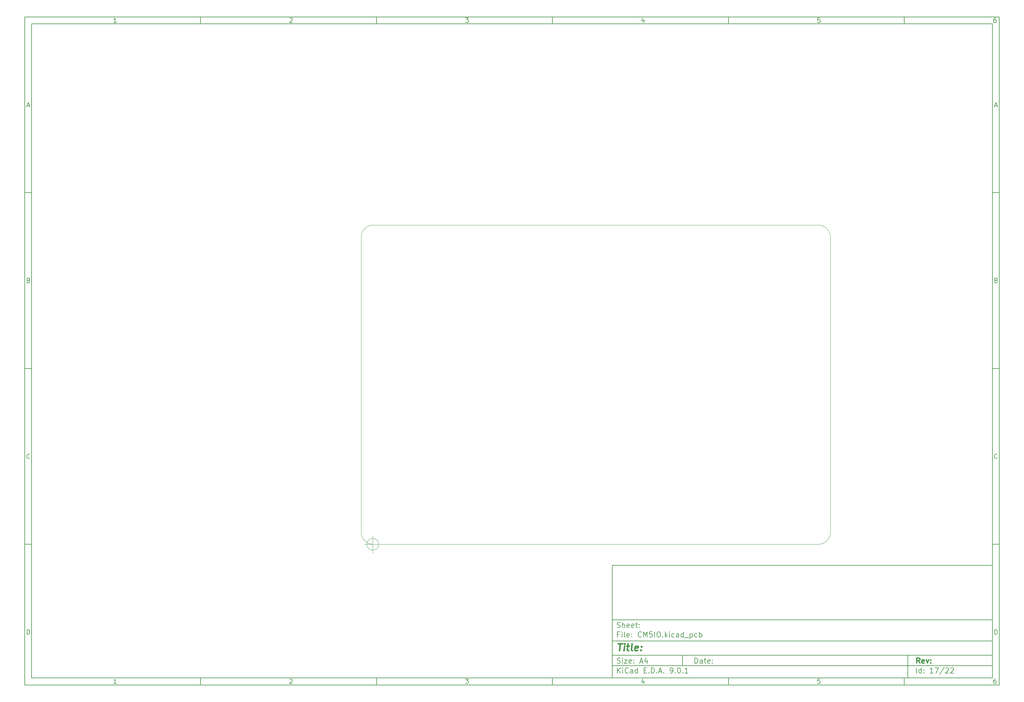
<source format=gm1>
G04 #@! TF.GenerationSoftware,KiCad,Pcbnew,9.0.1*
G04 #@! TF.CreationDate,2025-04-26T19:09:58-05:00*
G04 #@! TF.ProjectId,CM5IO,434d3549-4f2e-46b6-9963-61645f706362,rev?*
G04 #@! TF.SameCoordinates,Original*
G04 #@! TF.FileFunction,Profile,NP*
%FSLAX46Y46*%
G04 Gerber Fmt 4.6, Leading zero omitted, Abs format (unit mm)*
G04 Created by KiCad (PCBNEW 9.0.1) date 2025-04-26 19:09:58*
%MOMM*%
%LPD*%
G01*
G04 APERTURE LIST*
%ADD10C,0.100000*%
%ADD11C,0.150000*%
%ADD12C,0.300000*%
%ADD13C,0.400000*%
G04 #@! TA.AperFunction,Profile*
%ADD14C,0.050000*%
G04 #@! TD*
G04 APERTURE END LIST*
D10*
D11*
X177002200Y-166007200D02*
X285002200Y-166007200D01*
X285002200Y-198007200D01*
X177002200Y-198007200D01*
X177002200Y-166007200D01*
D10*
D11*
X10000000Y-10000000D02*
X287002200Y-10000000D01*
X287002200Y-200007200D01*
X10000000Y-200007200D01*
X10000000Y-10000000D01*
D10*
D11*
X12000000Y-12000000D02*
X285002200Y-12000000D01*
X285002200Y-198007200D01*
X12000000Y-198007200D01*
X12000000Y-12000000D01*
D10*
D11*
X60000000Y-12000000D02*
X60000000Y-10000000D01*
D10*
D11*
X110000000Y-12000000D02*
X110000000Y-10000000D01*
D10*
D11*
X160000000Y-12000000D02*
X160000000Y-10000000D01*
D10*
D11*
X210000000Y-12000000D02*
X210000000Y-10000000D01*
D10*
D11*
X260000000Y-12000000D02*
X260000000Y-10000000D01*
D10*
D11*
X36089160Y-11593604D02*
X35346303Y-11593604D01*
X35717731Y-11593604D02*
X35717731Y-10293604D01*
X35717731Y-10293604D02*
X35593922Y-10479319D01*
X35593922Y-10479319D02*
X35470112Y-10603128D01*
X35470112Y-10603128D02*
X35346303Y-10665033D01*
D10*
D11*
X85346303Y-10417414D02*
X85408207Y-10355509D01*
X85408207Y-10355509D02*
X85532017Y-10293604D01*
X85532017Y-10293604D02*
X85841541Y-10293604D01*
X85841541Y-10293604D02*
X85965350Y-10355509D01*
X85965350Y-10355509D02*
X86027255Y-10417414D01*
X86027255Y-10417414D02*
X86089160Y-10541223D01*
X86089160Y-10541223D02*
X86089160Y-10665033D01*
X86089160Y-10665033D02*
X86027255Y-10850747D01*
X86027255Y-10850747D02*
X85284398Y-11593604D01*
X85284398Y-11593604D02*
X86089160Y-11593604D01*
D10*
D11*
X135284398Y-10293604D02*
X136089160Y-10293604D01*
X136089160Y-10293604D02*
X135655826Y-10788842D01*
X135655826Y-10788842D02*
X135841541Y-10788842D01*
X135841541Y-10788842D02*
X135965350Y-10850747D01*
X135965350Y-10850747D02*
X136027255Y-10912652D01*
X136027255Y-10912652D02*
X136089160Y-11036461D01*
X136089160Y-11036461D02*
X136089160Y-11345985D01*
X136089160Y-11345985D02*
X136027255Y-11469795D01*
X136027255Y-11469795D02*
X135965350Y-11531700D01*
X135965350Y-11531700D02*
X135841541Y-11593604D01*
X135841541Y-11593604D02*
X135470112Y-11593604D01*
X135470112Y-11593604D02*
X135346303Y-11531700D01*
X135346303Y-11531700D02*
X135284398Y-11469795D01*
D10*
D11*
X185965350Y-10726938D02*
X185965350Y-11593604D01*
X185655826Y-10231700D02*
X185346303Y-11160271D01*
X185346303Y-11160271D02*
X186151064Y-11160271D01*
D10*
D11*
X236027255Y-10293604D02*
X235408207Y-10293604D01*
X235408207Y-10293604D02*
X235346303Y-10912652D01*
X235346303Y-10912652D02*
X235408207Y-10850747D01*
X235408207Y-10850747D02*
X235532017Y-10788842D01*
X235532017Y-10788842D02*
X235841541Y-10788842D01*
X235841541Y-10788842D02*
X235965350Y-10850747D01*
X235965350Y-10850747D02*
X236027255Y-10912652D01*
X236027255Y-10912652D02*
X236089160Y-11036461D01*
X236089160Y-11036461D02*
X236089160Y-11345985D01*
X236089160Y-11345985D02*
X236027255Y-11469795D01*
X236027255Y-11469795D02*
X235965350Y-11531700D01*
X235965350Y-11531700D02*
X235841541Y-11593604D01*
X235841541Y-11593604D02*
X235532017Y-11593604D01*
X235532017Y-11593604D02*
X235408207Y-11531700D01*
X235408207Y-11531700D02*
X235346303Y-11469795D01*
D10*
D11*
X285965350Y-10293604D02*
X285717731Y-10293604D01*
X285717731Y-10293604D02*
X285593922Y-10355509D01*
X285593922Y-10355509D02*
X285532017Y-10417414D01*
X285532017Y-10417414D02*
X285408207Y-10603128D01*
X285408207Y-10603128D02*
X285346303Y-10850747D01*
X285346303Y-10850747D02*
X285346303Y-11345985D01*
X285346303Y-11345985D02*
X285408207Y-11469795D01*
X285408207Y-11469795D02*
X285470112Y-11531700D01*
X285470112Y-11531700D02*
X285593922Y-11593604D01*
X285593922Y-11593604D02*
X285841541Y-11593604D01*
X285841541Y-11593604D02*
X285965350Y-11531700D01*
X285965350Y-11531700D02*
X286027255Y-11469795D01*
X286027255Y-11469795D02*
X286089160Y-11345985D01*
X286089160Y-11345985D02*
X286089160Y-11036461D01*
X286089160Y-11036461D02*
X286027255Y-10912652D01*
X286027255Y-10912652D02*
X285965350Y-10850747D01*
X285965350Y-10850747D02*
X285841541Y-10788842D01*
X285841541Y-10788842D02*
X285593922Y-10788842D01*
X285593922Y-10788842D02*
X285470112Y-10850747D01*
X285470112Y-10850747D02*
X285408207Y-10912652D01*
X285408207Y-10912652D02*
X285346303Y-11036461D01*
D10*
D11*
X60000000Y-198007200D02*
X60000000Y-200007200D01*
D10*
D11*
X110000000Y-198007200D02*
X110000000Y-200007200D01*
D10*
D11*
X160000000Y-198007200D02*
X160000000Y-200007200D01*
D10*
D11*
X210000000Y-198007200D02*
X210000000Y-200007200D01*
D10*
D11*
X260000000Y-198007200D02*
X260000000Y-200007200D01*
D10*
D11*
X36089160Y-199600804D02*
X35346303Y-199600804D01*
X35717731Y-199600804D02*
X35717731Y-198300804D01*
X35717731Y-198300804D02*
X35593922Y-198486519D01*
X35593922Y-198486519D02*
X35470112Y-198610328D01*
X35470112Y-198610328D02*
X35346303Y-198672233D01*
D10*
D11*
X85346303Y-198424614D02*
X85408207Y-198362709D01*
X85408207Y-198362709D02*
X85532017Y-198300804D01*
X85532017Y-198300804D02*
X85841541Y-198300804D01*
X85841541Y-198300804D02*
X85965350Y-198362709D01*
X85965350Y-198362709D02*
X86027255Y-198424614D01*
X86027255Y-198424614D02*
X86089160Y-198548423D01*
X86089160Y-198548423D02*
X86089160Y-198672233D01*
X86089160Y-198672233D02*
X86027255Y-198857947D01*
X86027255Y-198857947D02*
X85284398Y-199600804D01*
X85284398Y-199600804D02*
X86089160Y-199600804D01*
D10*
D11*
X135284398Y-198300804D02*
X136089160Y-198300804D01*
X136089160Y-198300804D02*
X135655826Y-198796042D01*
X135655826Y-198796042D02*
X135841541Y-198796042D01*
X135841541Y-198796042D02*
X135965350Y-198857947D01*
X135965350Y-198857947D02*
X136027255Y-198919852D01*
X136027255Y-198919852D02*
X136089160Y-199043661D01*
X136089160Y-199043661D02*
X136089160Y-199353185D01*
X136089160Y-199353185D02*
X136027255Y-199476995D01*
X136027255Y-199476995D02*
X135965350Y-199538900D01*
X135965350Y-199538900D02*
X135841541Y-199600804D01*
X135841541Y-199600804D02*
X135470112Y-199600804D01*
X135470112Y-199600804D02*
X135346303Y-199538900D01*
X135346303Y-199538900D02*
X135284398Y-199476995D01*
D10*
D11*
X185965350Y-198734138D02*
X185965350Y-199600804D01*
X185655826Y-198238900D02*
X185346303Y-199167471D01*
X185346303Y-199167471D02*
X186151064Y-199167471D01*
D10*
D11*
X236027255Y-198300804D02*
X235408207Y-198300804D01*
X235408207Y-198300804D02*
X235346303Y-198919852D01*
X235346303Y-198919852D02*
X235408207Y-198857947D01*
X235408207Y-198857947D02*
X235532017Y-198796042D01*
X235532017Y-198796042D02*
X235841541Y-198796042D01*
X235841541Y-198796042D02*
X235965350Y-198857947D01*
X235965350Y-198857947D02*
X236027255Y-198919852D01*
X236027255Y-198919852D02*
X236089160Y-199043661D01*
X236089160Y-199043661D02*
X236089160Y-199353185D01*
X236089160Y-199353185D02*
X236027255Y-199476995D01*
X236027255Y-199476995D02*
X235965350Y-199538900D01*
X235965350Y-199538900D02*
X235841541Y-199600804D01*
X235841541Y-199600804D02*
X235532017Y-199600804D01*
X235532017Y-199600804D02*
X235408207Y-199538900D01*
X235408207Y-199538900D02*
X235346303Y-199476995D01*
D10*
D11*
X285965350Y-198300804D02*
X285717731Y-198300804D01*
X285717731Y-198300804D02*
X285593922Y-198362709D01*
X285593922Y-198362709D02*
X285532017Y-198424614D01*
X285532017Y-198424614D02*
X285408207Y-198610328D01*
X285408207Y-198610328D02*
X285346303Y-198857947D01*
X285346303Y-198857947D02*
X285346303Y-199353185D01*
X285346303Y-199353185D02*
X285408207Y-199476995D01*
X285408207Y-199476995D02*
X285470112Y-199538900D01*
X285470112Y-199538900D02*
X285593922Y-199600804D01*
X285593922Y-199600804D02*
X285841541Y-199600804D01*
X285841541Y-199600804D02*
X285965350Y-199538900D01*
X285965350Y-199538900D02*
X286027255Y-199476995D01*
X286027255Y-199476995D02*
X286089160Y-199353185D01*
X286089160Y-199353185D02*
X286089160Y-199043661D01*
X286089160Y-199043661D02*
X286027255Y-198919852D01*
X286027255Y-198919852D02*
X285965350Y-198857947D01*
X285965350Y-198857947D02*
X285841541Y-198796042D01*
X285841541Y-198796042D02*
X285593922Y-198796042D01*
X285593922Y-198796042D02*
X285470112Y-198857947D01*
X285470112Y-198857947D02*
X285408207Y-198919852D01*
X285408207Y-198919852D02*
X285346303Y-199043661D01*
D10*
D11*
X10000000Y-60000000D02*
X12000000Y-60000000D01*
D10*
D11*
X10000000Y-110000000D02*
X12000000Y-110000000D01*
D10*
D11*
X10000000Y-160000000D02*
X12000000Y-160000000D01*
D10*
D11*
X10690476Y-35222176D02*
X11309523Y-35222176D01*
X10566666Y-35593604D02*
X10999999Y-34293604D01*
X10999999Y-34293604D02*
X11433333Y-35593604D01*
D10*
D11*
X11092857Y-84912652D02*
X11278571Y-84974557D01*
X11278571Y-84974557D02*
X11340476Y-85036461D01*
X11340476Y-85036461D02*
X11402380Y-85160271D01*
X11402380Y-85160271D02*
X11402380Y-85345985D01*
X11402380Y-85345985D02*
X11340476Y-85469795D01*
X11340476Y-85469795D02*
X11278571Y-85531700D01*
X11278571Y-85531700D02*
X11154761Y-85593604D01*
X11154761Y-85593604D02*
X10659523Y-85593604D01*
X10659523Y-85593604D02*
X10659523Y-84293604D01*
X10659523Y-84293604D02*
X11092857Y-84293604D01*
X11092857Y-84293604D02*
X11216666Y-84355509D01*
X11216666Y-84355509D02*
X11278571Y-84417414D01*
X11278571Y-84417414D02*
X11340476Y-84541223D01*
X11340476Y-84541223D02*
X11340476Y-84665033D01*
X11340476Y-84665033D02*
X11278571Y-84788842D01*
X11278571Y-84788842D02*
X11216666Y-84850747D01*
X11216666Y-84850747D02*
X11092857Y-84912652D01*
X11092857Y-84912652D02*
X10659523Y-84912652D01*
D10*
D11*
X11402380Y-135469795D02*
X11340476Y-135531700D01*
X11340476Y-135531700D02*
X11154761Y-135593604D01*
X11154761Y-135593604D02*
X11030952Y-135593604D01*
X11030952Y-135593604D02*
X10845238Y-135531700D01*
X10845238Y-135531700D02*
X10721428Y-135407890D01*
X10721428Y-135407890D02*
X10659523Y-135284080D01*
X10659523Y-135284080D02*
X10597619Y-135036461D01*
X10597619Y-135036461D02*
X10597619Y-134850747D01*
X10597619Y-134850747D02*
X10659523Y-134603128D01*
X10659523Y-134603128D02*
X10721428Y-134479319D01*
X10721428Y-134479319D02*
X10845238Y-134355509D01*
X10845238Y-134355509D02*
X11030952Y-134293604D01*
X11030952Y-134293604D02*
X11154761Y-134293604D01*
X11154761Y-134293604D02*
X11340476Y-134355509D01*
X11340476Y-134355509D02*
X11402380Y-134417414D01*
D10*
D11*
X10659523Y-185593604D02*
X10659523Y-184293604D01*
X10659523Y-184293604D02*
X10969047Y-184293604D01*
X10969047Y-184293604D02*
X11154761Y-184355509D01*
X11154761Y-184355509D02*
X11278571Y-184479319D01*
X11278571Y-184479319D02*
X11340476Y-184603128D01*
X11340476Y-184603128D02*
X11402380Y-184850747D01*
X11402380Y-184850747D02*
X11402380Y-185036461D01*
X11402380Y-185036461D02*
X11340476Y-185284080D01*
X11340476Y-185284080D02*
X11278571Y-185407890D01*
X11278571Y-185407890D02*
X11154761Y-185531700D01*
X11154761Y-185531700D02*
X10969047Y-185593604D01*
X10969047Y-185593604D02*
X10659523Y-185593604D01*
D10*
D11*
X287002200Y-60000000D02*
X285002200Y-60000000D01*
D10*
D11*
X287002200Y-110000000D02*
X285002200Y-110000000D01*
D10*
D11*
X287002200Y-160000000D02*
X285002200Y-160000000D01*
D10*
D11*
X285692676Y-35222176D02*
X286311723Y-35222176D01*
X285568866Y-35593604D02*
X286002199Y-34293604D01*
X286002199Y-34293604D02*
X286435533Y-35593604D01*
D10*
D11*
X286095057Y-84912652D02*
X286280771Y-84974557D01*
X286280771Y-84974557D02*
X286342676Y-85036461D01*
X286342676Y-85036461D02*
X286404580Y-85160271D01*
X286404580Y-85160271D02*
X286404580Y-85345985D01*
X286404580Y-85345985D02*
X286342676Y-85469795D01*
X286342676Y-85469795D02*
X286280771Y-85531700D01*
X286280771Y-85531700D02*
X286156961Y-85593604D01*
X286156961Y-85593604D02*
X285661723Y-85593604D01*
X285661723Y-85593604D02*
X285661723Y-84293604D01*
X285661723Y-84293604D02*
X286095057Y-84293604D01*
X286095057Y-84293604D02*
X286218866Y-84355509D01*
X286218866Y-84355509D02*
X286280771Y-84417414D01*
X286280771Y-84417414D02*
X286342676Y-84541223D01*
X286342676Y-84541223D02*
X286342676Y-84665033D01*
X286342676Y-84665033D02*
X286280771Y-84788842D01*
X286280771Y-84788842D02*
X286218866Y-84850747D01*
X286218866Y-84850747D02*
X286095057Y-84912652D01*
X286095057Y-84912652D02*
X285661723Y-84912652D01*
D10*
D11*
X286404580Y-135469795D02*
X286342676Y-135531700D01*
X286342676Y-135531700D02*
X286156961Y-135593604D01*
X286156961Y-135593604D02*
X286033152Y-135593604D01*
X286033152Y-135593604D02*
X285847438Y-135531700D01*
X285847438Y-135531700D02*
X285723628Y-135407890D01*
X285723628Y-135407890D02*
X285661723Y-135284080D01*
X285661723Y-135284080D02*
X285599819Y-135036461D01*
X285599819Y-135036461D02*
X285599819Y-134850747D01*
X285599819Y-134850747D02*
X285661723Y-134603128D01*
X285661723Y-134603128D02*
X285723628Y-134479319D01*
X285723628Y-134479319D02*
X285847438Y-134355509D01*
X285847438Y-134355509D02*
X286033152Y-134293604D01*
X286033152Y-134293604D02*
X286156961Y-134293604D01*
X286156961Y-134293604D02*
X286342676Y-134355509D01*
X286342676Y-134355509D02*
X286404580Y-134417414D01*
D10*
D11*
X285661723Y-185593604D02*
X285661723Y-184293604D01*
X285661723Y-184293604D02*
X285971247Y-184293604D01*
X285971247Y-184293604D02*
X286156961Y-184355509D01*
X286156961Y-184355509D02*
X286280771Y-184479319D01*
X286280771Y-184479319D02*
X286342676Y-184603128D01*
X286342676Y-184603128D02*
X286404580Y-184850747D01*
X286404580Y-184850747D02*
X286404580Y-185036461D01*
X286404580Y-185036461D02*
X286342676Y-185284080D01*
X286342676Y-185284080D02*
X286280771Y-185407890D01*
X286280771Y-185407890D02*
X286156961Y-185531700D01*
X286156961Y-185531700D02*
X285971247Y-185593604D01*
X285971247Y-185593604D02*
X285661723Y-185593604D01*
D10*
D11*
X200458026Y-193793328D02*
X200458026Y-192293328D01*
X200458026Y-192293328D02*
X200815169Y-192293328D01*
X200815169Y-192293328D02*
X201029455Y-192364757D01*
X201029455Y-192364757D02*
X201172312Y-192507614D01*
X201172312Y-192507614D02*
X201243741Y-192650471D01*
X201243741Y-192650471D02*
X201315169Y-192936185D01*
X201315169Y-192936185D02*
X201315169Y-193150471D01*
X201315169Y-193150471D02*
X201243741Y-193436185D01*
X201243741Y-193436185D02*
X201172312Y-193579042D01*
X201172312Y-193579042D02*
X201029455Y-193721900D01*
X201029455Y-193721900D02*
X200815169Y-193793328D01*
X200815169Y-193793328D02*
X200458026Y-193793328D01*
X202600884Y-193793328D02*
X202600884Y-193007614D01*
X202600884Y-193007614D02*
X202529455Y-192864757D01*
X202529455Y-192864757D02*
X202386598Y-192793328D01*
X202386598Y-192793328D02*
X202100884Y-192793328D01*
X202100884Y-192793328D02*
X201958026Y-192864757D01*
X202600884Y-193721900D02*
X202458026Y-193793328D01*
X202458026Y-193793328D02*
X202100884Y-193793328D01*
X202100884Y-193793328D02*
X201958026Y-193721900D01*
X201958026Y-193721900D02*
X201886598Y-193579042D01*
X201886598Y-193579042D02*
X201886598Y-193436185D01*
X201886598Y-193436185D02*
X201958026Y-193293328D01*
X201958026Y-193293328D02*
X202100884Y-193221900D01*
X202100884Y-193221900D02*
X202458026Y-193221900D01*
X202458026Y-193221900D02*
X202600884Y-193150471D01*
X203100884Y-192793328D02*
X203672312Y-192793328D01*
X203315169Y-192293328D02*
X203315169Y-193579042D01*
X203315169Y-193579042D02*
X203386598Y-193721900D01*
X203386598Y-193721900D02*
X203529455Y-193793328D01*
X203529455Y-193793328D02*
X203672312Y-193793328D01*
X204743741Y-193721900D02*
X204600884Y-193793328D01*
X204600884Y-193793328D02*
X204315170Y-193793328D01*
X204315170Y-193793328D02*
X204172312Y-193721900D01*
X204172312Y-193721900D02*
X204100884Y-193579042D01*
X204100884Y-193579042D02*
X204100884Y-193007614D01*
X204100884Y-193007614D02*
X204172312Y-192864757D01*
X204172312Y-192864757D02*
X204315170Y-192793328D01*
X204315170Y-192793328D02*
X204600884Y-192793328D01*
X204600884Y-192793328D02*
X204743741Y-192864757D01*
X204743741Y-192864757D02*
X204815170Y-193007614D01*
X204815170Y-193007614D02*
X204815170Y-193150471D01*
X204815170Y-193150471D02*
X204100884Y-193293328D01*
X205458026Y-193650471D02*
X205529455Y-193721900D01*
X205529455Y-193721900D02*
X205458026Y-193793328D01*
X205458026Y-193793328D02*
X205386598Y-193721900D01*
X205386598Y-193721900D02*
X205458026Y-193650471D01*
X205458026Y-193650471D02*
X205458026Y-193793328D01*
X205458026Y-192864757D02*
X205529455Y-192936185D01*
X205529455Y-192936185D02*
X205458026Y-193007614D01*
X205458026Y-193007614D02*
X205386598Y-192936185D01*
X205386598Y-192936185D02*
X205458026Y-192864757D01*
X205458026Y-192864757D02*
X205458026Y-193007614D01*
D10*
D11*
X177002200Y-194507200D02*
X285002200Y-194507200D01*
D10*
D11*
X178458026Y-196593328D02*
X178458026Y-195093328D01*
X179315169Y-196593328D02*
X178672312Y-195736185D01*
X179315169Y-195093328D02*
X178458026Y-195950471D01*
X179958026Y-196593328D02*
X179958026Y-195593328D01*
X179958026Y-195093328D02*
X179886598Y-195164757D01*
X179886598Y-195164757D02*
X179958026Y-195236185D01*
X179958026Y-195236185D02*
X180029455Y-195164757D01*
X180029455Y-195164757D02*
X179958026Y-195093328D01*
X179958026Y-195093328D02*
X179958026Y-195236185D01*
X181529455Y-196450471D02*
X181458027Y-196521900D01*
X181458027Y-196521900D02*
X181243741Y-196593328D01*
X181243741Y-196593328D02*
X181100884Y-196593328D01*
X181100884Y-196593328D02*
X180886598Y-196521900D01*
X180886598Y-196521900D02*
X180743741Y-196379042D01*
X180743741Y-196379042D02*
X180672312Y-196236185D01*
X180672312Y-196236185D02*
X180600884Y-195950471D01*
X180600884Y-195950471D02*
X180600884Y-195736185D01*
X180600884Y-195736185D02*
X180672312Y-195450471D01*
X180672312Y-195450471D02*
X180743741Y-195307614D01*
X180743741Y-195307614D02*
X180886598Y-195164757D01*
X180886598Y-195164757D02*
X181100884Y-195093328D01*
X181100884Y-195093328D02*
X181243741Y-195093328D01*
X181243741Y-195093328D02*
X181458027Y-195164757D01*
X181458027Y-195164757D02*
X181529455Y-195236185D01*
X182815170Y-196593328D02*
X182815170Y-195807614D01*
X182815170Y-195807614D02*
X182743741Y-195664757D01*
X182743741Y-195664757D02*
X182600884Y-195593328D01*
X182600884Y-195593328D02*
X182315170Y-195593328D01*
X182315170Y-195593328D02*
X182172312Y-195664757D01*
X182815170Y-196521900D02*
X182672312Y-196593328D01*
X182672312Y-196593328D02*
X182315170Y-196593328D01*
X182315170Y-196593328D02*
X182172312Y-196521900D01*
X182172312Y-196521900D02*
X182100884Y-196379042D01*
X182100884Y-196379042D02*
X182100884Y-196236185D01*
X182100884Y-196236185D02*
X182172312Y-196093328D01*
X182172312Y-196093328D02*
X182315170Y-196021900D01*
X182315170Y-196021900D02*
X182672312Y-196021900D01*
X182672312Y-196021900D02*
X182815170Y-195950471D01*
X184172313Y-196593328D02*
X184172313Y-195093328D01*
X184172313Y-196521900D02*
X184029455Y-196593328D01*
X184029455Y-196593328D02*
X183743741Y-196593328D01*
X183743741Y-196593328D02*
X183600884Y-196521900D01*
X183600884Y-196521900D02*
X183529455Y-196450471D01*
X183529455Y-196450471D02*
X183458027Y-196307614D01*
X183458027Y-196307614D02*
X183458027Y-195879042D01*
X183458027Y-195879042D02*
X183529455Y-195736185D01*
X183529455Y-195736185D02*
X183600884Y-195664757D01*
X183600884Y-195664757D02*
X183743741Y-195593328D01*
X183743741Y-195593328D02*
X184029455Y-195593328D01*
X184029455Y-195593328D02*
X184172313Y-195664757D01*
X186029455Y-195807614D02*
X186529455Y-195807614D01*
X186743741Y-196593328D02*
X186029455Y-196593328D01*
X186029455Y-196593328D02*
X186029455Y-195093328D01*
X186029455Y-195093328D02*
X186743741Y-195093328D01*
X187386598Y-196450471D02*
X187458027Y-196521900D01*
X187458027Y-196521900D02*
X187386598Y-196593328D01*
X187386598Y-196593328D02*
X187315170Y-196521900D01*
X187315170Y-196521900D02*
X187386598Y-196450471D01*
X187386598Y-196450471D02*
X187386598Y-196593328D01*
X188100884Y-196593328D02*
X188100884Y-195093328D01*
X188100884Y-195093328D02*
X188458027Y-195093328D01*
X188458027Y-195093328D02*
X188672313Y-195164757D01*
X188672313Y-195164757D02*
X188815170Y-195307614D01*
X188815170Y-195307614D02*
X188886599Y-195450471D01*
X188886599Y-195450471D02*
X188958027Y-195736185D01*
X188958027Y-195736185D02*
X188958027Y-195950471D01*
X188958027Y-195950471D02*
X188886599Y-196236185D01*
X188886599Y-196236185D02*
X188815170Y-196379042D01*
X188815170Y-196379042D02*
X188672313Y-196521900D01*
X188672313Y-196521900D02*
X188458027Y-196593328D01*
X188458027Y-196593328D02*
X188100884Y-196593328D01*
X189600884Y-196450471D02*
X189672313Y-196521900D01*
X189672313Y-196521900D02*
X189600884Y-196593328D01*
X189600884Y-196593328D02*
X189529456Y-196521900D01*
X189529456Y-196521900D02*
X189600884Y-196450471D01*
X189600884Y-196450471D02*
X189600884Y-196593328D01*
X190243742Y-196164757D02*
X190958028Y-196164757D01*
X190100885Y-196593328D02*
X190600885Y-195093328D01*
X190600885Y-195093328D02*
X191100885Y-196593328D01*
X191600884Y-196450471D02*
X191672313Y-196521900D01*
X191672313Y-196521900D02*
X191600884Y-196593328D01*
X191600884Y-196593328D02*
X191529456Y-196521900D01*
X191529456Y-196521900D02*
X191600884Y-196450471D01*
X191600884Y-196450471D02*
X191600884Y-196593328D01*
X193529456Y-196593328D02*
X193815170Y-196593328D01*
X193815170Y-196593328D02*
X193958027Y-196521900D01*
X193958027Y-196521900D02*
X194029456Y-196450471D01*
X194029456Y-196450471D02*
X194172313Y-196236185D01*
X194172313Y-196236185D02*
X194243742Y-195950471D01*
X194243742Y-195950471D02*
X194243742Y-195379042D01*
X194243742Y-195379042D02*
X194172313Y-195236185D01*
X194172313Y-195236185D02*
X194100885Y-195164757D01*
X194100885Y-195164757D02*
X193958027Y-195093328D01*
X193958027Y-195093328D02*
X193672313Y-195093328D01*
X193672313Y-195093328D02*
X193529456Y-195164757D01*
X193529456Y-195164757D02*
X193458027Y-195236185D01*
X193458027Y-195236185D02*
X193386599Y-195379042D01*
X193386599Y-195379042D02*
X193386599Y-195736185D01*
X193386599Y-195736185D02*
X193458027Y-195879042D01*
X193458027Y-195879042D02*
X193529456Y-195950471D01*
X193529456Y-195950471D02*
X193672313Y-196021900D01*
X193672313Y-196021900D02*
X193958027Y-196021900D01*
X193958027Y-196021900D02*
X194100885Y-195950471D01*
X194100885Y-195950471D02*
X194172313Y-195879042D01*
X194172313Y-195879042D02*
X194243742Y-195736185D01*
X194886598Y-196450471D02*
X194958027Y-196521900D01*
X194958027Y-196521900D02*
X194886598Y-196593328D01*
X194886598Y-196593328D02*
X194815170Y-196521900D01*
X194815170Y-196521900D02*
X194886598Y-196450471D01*
X194886598Y-196450471D02*
X194886598Y-196593328D01*
X195886599Y-195093328D02*
X196029456Y-195093328D01*
X196029456Y-195093328D02*
X196172313Y-195164757D01*
X196172313Y-195164757D02*
X196243742Y-195236185D01*
X196243742Y-195236185D02*
X196315170Y-195379042D01*
X196315170Y-195379042D02*
X196386599Y-195664757D01*
X196386599Y-195664757D02*
X196386599Y-196021900D01*
X196386599Y-196021900D02*
X196315170Y-196307614D01*
X196315170Y-196307614D02*
X196243742Y-196450471D01*
X196243742Y-196450471D02*
X196172313Y-196521900D01*
X196172313Y-196521900D02*
X196029456Y-196593328D01*
X196029456Y-196593328D02*
X195886599Y-196593328D01*
X195886599Y-196593328D02*
X195743742Y-196521900D01*
X195743742Y-196521900D02*
X195672313Y-196450471D01*
X195672313Y-196450471D02*
X195600884Y-196307614D01*
X195600884Y-196307614D02*
X195529456Y-196021900D01*
X195529456Y-196021900D02*
X195529456Y-195664757D01*
X195529456Y-195664757D02*
X195600884Y-195379042D01*
X195600884Y-195379042D02*
X195672313Y-195236185D01*
X195672313Y-195236185D02*
X195743742Y-195164757D01*
X195743742Y-195164757D02*
X195886599Y-195093328D01*
X197029455Y-196450471D02*
X197100884Y-196521900D01*
X197100884Y-196521900D02*
X197029455Y-196593328D01*
X197029455Y-196593328D02*
X196958027Y-196521900D01*
X196958027Y-196521900D02*
X197029455Y-196450471D01*
X197029455Y-196450471D02*
X197029455Y-196593328D01*
X198529456Y-196593328D02*
X197672313Y-196593328D01*
X198100884Y-196593328D02*
X198100884Y-195093328D01*
X198100884Y-195093328D02*
X197958027Y-195307614D01*
X197958027Y-195307614D02*
X197815170Y-195450471D01*
X197815170Y-195450471D02*
X197672313Y-195521900D01*
D10*
D11*
X177002200Y-191507200D02*
X285002200Y-191507200D01*
D10*
D12*
X264413853Y-193785528D02*
X263913853Y-193071242D01*
X263556710Y-193785528D02*
X263556710Y-192285528D01*
X263556710Y-192285528D02*
X264128139Y-192285528D01*
X264128139Y-192285528D02*
X264270996Y-192356957D01*
X264270996Y-192356957D02*
X264342425Y-192428385D01*
X264342425Y-192428385D02*
X264413853Y-192571242D01*
X264413853Y-192571242D02*
X264413853Y-192785528D01*
X264413853Y-192785528D02*
X264342425Y-192928385D01*
X264342425Y-192928385D02*
X264270996Y-192999814D01*
X264270996Y-192999814D02*
X264128139Y-193071242D01*
X264128139Y-193071242D02*
X263556710Y-193071242D01*
X265628139Y-193714100D02*
X265485282Y-193785528D01*
X265485282Y-193785528D02*
X265199568Y-193785528D01*
X265199568Y-193785528D02*
X265056710Y-193714100D01*
X265056710Y-193714100D02*
X264985282Y-193571242D01*
X264985282Y-193571242D02*
X264985282Y-192999814D01*
X264985282Y-192999814D02*
X265056710Y-192856957D01*
X265056710Y-192856957D02*
X265199568Y-192785528D01*
X265199568Y-192785528D02*
X265485282Y-192785528D01*
X265485282Y-192785528D02*
X265628139Y-192856957D01*
X265628139Y-192856957D02*
X265699568Y-192999814D01*
X265699568Y-192999814D02*
X265699568Y-193142671D01*
X265699568Y-193142671D02*
X264985282Y-193285528D01*
X266199567Y-192785528D02*
X266556710Y-193785528D01*
X266556710Y-193785528D02*
X266913853Y-192785528D01*
X267485281Y-193642671D02*
X267556710Y-193714100D01*
X267556710Y-193714100D02*
X267485281Y-193785528D01*
X267485281Y-193785528D02*
X267413853Y-193714100D01*
X267413853Y-193714100D02*
X267485281Y-193642671D01*
X267485281Y-193642671D02*
X267485281Y-193785528D01*
X267485281Y-192856957D02*
X267556710Y-192928385D01*
X267556710Y-192928385D02*
X267485281Y-192999814D01*
X267485281Y-192999814D02*
X267413853Y-192928385D01*
X267413853Y-192928385D02*
X267485281Y-192856957D01*
X267485281Y-192856957D02*
X267485281Y-192999814D01*
D10*
D11*
X178386598Y-193721900D02*
X178600884Y-193793328D01*
X178600884Y-193793328D02*
X178958026Y-193793328D01*
X178958026Y-193793328D02*
X179100884Y-193721900D01*
X179100884Y-193721900D02*
X179172312Y-193650471D01*
X179172312Y-193650471D02*
X179243741Y-193507614D01*
X179243741Y-193507614D02*
X179243741Y-193364757D01*
X179243741Y-193364757D02*
X179172312Y-193221900D01*
X179172312Y-193221900D02*
X179100884Y-193150471D01*
X179100884Y-193150471D02*
X178958026Y-193079042D01*
X178958026Y-193079042D02*
X178672312Y-193007614D01*
X178672312Y-193007614D02*
X178529455Y-192936185D01*
X178529455Y-192936185D02*
X178458026Y-192864757D01*
X178458026Y-192864757D02*
X178386598Y-192721900D01*
X178386598Y-192721900D02*
X178386598Y-192579042D01*
X178386598Y-192579042D02*
X178458026Y-192436185D01*
X178458026Y-192436185D02*
X178529455Y-192364757D01*
X178529455Y-192364757D02*
X178672312Y-192293328D01*
X178672312Y-192293328D02*
X179029455Y-192293328D01*
X179029455Y-192293328D02*
X179243741Y-192364757D01*
X179886597Y-193793328D02*
X179886597Y-192793328D01*
X179886597Y-192293328D02*
X179815169Y-192364757D01*
X179815169Y-192364757D02*
X179886597Y-192436185D01*
X179886597Y-192436185D02*
X179958026Y-192364757D01*
X179958026Y-192364757D02*
X179886597Y-192293328D01*
X179886597Y-192293328D02*
X179886597Y-192436185D01*
X180458026Y-192793328D02*
X181243741Y-192793328D01*
X181243741Y-192793328D02*
X180458026Y-193793328D01*
X180458026Y-193793328D02*
X181243741Y-193793328D01*
X182386598Y-193721900D02*
X182243741Y-193793328D01*
X182243741Y-193793328D02*
X181958027Y-193793328D01*
X181958027Y-193793328D02*
X181815169Y-193721900D01*
X181815169Y-193721900D02*
X181743741Y-193579042D01*
X181743741Y-193579042D02*
X181743741Y-193007614D01*
X181743741Y-193007614D02*
X181815169Y-192864757D01*
X181815169Y-192864757D02*
X181958027Y-192793328D01*
X181958027Y-192793328D02*
X182243741Y-192793328D01*
X182243741Y-192793328D02*
X182386598Y-192864757D01*
X182386598Y-192864757D02*
X182458027Y-193007614D01*
X182458027Y-193007614D02*
X182458027Y-193150471D01*
X182458027Y-193150471D02*
X181743741Y-193293328D01*
X183100883Y-193650471D02*
X183172312Y-193721900D01*
X183172312Y-193721900D02*
X183100883Y-193793328D01*
X183100883Y-193793328D02*
X183029455Y-193721900D01*
X183029455Y-193721900D02*
X183100883Y-193650471D01*
X183100883Y-193650471D02*
X183100883Y-193793328D01*
X183100883Y-192864757D02*
X183172312Y-192936185D01*
X183172312Y-192936185D02*
X183100883Y-193007614D01*
X183100883Y-193007614D02*
X183029455Y-192936185D01*
X183029455Y-192936185D02*
X183100883Y-192864757D01*
X183100883Y-192864757D02*
X183100883Y-193007614D01*
X184886598Y-193364757D02*
X185600884Y-193364757D01*
X184743741Y-193793328D02*
X185243741Y-192293328D01*
X185243741Y-192293328D02*
X185743741Y-193793328D01*
X186886598Y-192793328D02*
X186886598Y-193793328D01*
X186529455Y-192221900D02*
X186172312Y-193293328D01*
X186172312Y-193293328D02*
X187100883Y-193293328D01*
D10*
D11*
X263458026Y-196593328D02*
X263458026Y-195093328D01*
X264815170Y-196593328D02*
X264815170Y-195093328D01*
X264815170Y-196521900D02*
X264672312Y-196593328D01*
X264672312Y-196593328D02*
X264386598Y-196593328D01*
X264386598Y-196593328D02*
X264243741Y-196521900D01*
X264243741Y-196521900D02*
X264172312Y-196450471D01*
X264172312Y-196450471D02*
X264100884Y-196307614D01*
X264100884Y-196307614D02*
X264100884Y-195879042D01*
X264100884Y-195879042D02*
X264172312Y-195736185D01*
X264172312Y-195736185D02*
X264243741Y-195664757D01*
X264243741Y-195664757D02*
X264386598Y-195593328D01*
X264386598Y-195593328D02*
X264672312Y-195593328D01*
X264672312Y-195593328D02*
X264815170Y-195664757D01*
X265529455Y-196450471D02*
X265600884Y-196521900D01*
X265600884Y-196521900D02*
X265529455Y-196593328D01*
X265529455Y-196593328D02*
X265458027Y-196521900D01*
X265458027Y-196521900D02*
X265529455Y-196450471D01*
X265529455Y-196450471D02*
X265529455Y-196593328D01*
X265529455Y-195664757D02*
X265600884Y-195736185D01*
X265600884Y-195736185D02*
X265529455Y-195807614D01*
X265529455Y-195807614D02*
X265458027Y-195736185D01*
X265458027Y-195736185D02*
X265529455Y-195664757D01*
X265529455Y-195664757D02*
X265529455Y-195807614D01*
X268172313Y-196593328D02*
X267315170Y-196593328D01*
X267743741Y-196593328D02*
X267743741Y-195093328D01*
X267743741Y-195093328D02*
X267600884Y-195307614D01*
X267600884Y-195307614D02*
X267458027Y-195450471D01*
X267458027Y-195450471D02*
X267315170Y-195521900D01*
X268672312Y-195093328D02*
X269672312Y-195093328D01*
X269672312Y-195093328D02*
X269029455Y-196593328D01*
X271315169Y-195021900D02*
X270029455Y-196950471D01*
X271743741Y-195236185D02*
X271815169Y-195164757D01*
X271815169Y-195164757D02*
X271958027Y-195093328D01*
X271958027Y-195093328D02*
X272315169Y-195093328D01*
X272315169Y-195093328D02*
X272458027Y-195164757D01*
X272458027Y-195164757D02*
X272529455Y-195236185D01*
X272529455Y-195236185D02*
X272600884Y-195379042D01*
X272600884Y-195379042D02*
X272600884Y-195521900D01*
X272600884Y-195521900D02*
X272529455Y-195736185D01*
X272529455Y-195736185D02*
X271672312Y-196593328D01*
X271672312Y-196593328D02*
X272600884Y-196593328D01*
X273172312Y-195236185D02*
X273243740Y-195164757D01*
X273243740Y-195164757D02*
X273386598Y-195093328D01*
X273386598Y-195093328D02*
X273743740Y-195093328D01*
X273743740Y-195093328D02*
X273886598Y-195164757D01*
X273886598Y-195164757D02*
X273958026Y-195236185D01*
X273958026Y-195236185D02*
X274029455Y-195379042D01*
X274029455Y-195379042D02*
X274029455Y-195521900D01*
X274029455Y-195521900D02*
X273958026Y-195736185D01*
X273958026Y-195736185D02*
X273100883Y-196593328D01*
X273100883Y-196593328D02*
X274029455Y-196593328D01*
D10*
D11*
X177002200Y-187507200D02*
X285002200Y-187507200D01*
D10*
D13*
X178693928Y-188211638D02*
X179836785Y-188211638D01*
X179015357Y-190211638D02*
X179265357Y-188211638D01*
X180253452Y-190211638D02*
X180420119Y-188878304D01*
X180503452Y-188211638D02*
X180396309Y-188306876D01*
X180396309Y-188306876D02*
X180479643Y-188402114D01*
X180479643Y-188402114D02*
X180586786Y-188306876D01*
X180586786Y-188306876D02*
X180503452Y-188211638D01*
X180503452Y-188211638D02*
X180479643Y-188402114D01*
X181086786Y-188878304D02*
X181848690Y-188878304D01*
X181455833Y-188211638D02*
X181241548Y-189925923D01*
X181241548Y-189925923D02*
X181312976Y-190116400D01*
X181312976Y-190116400D02*
X181491548Y-190211638D01*
X181491548Y-190211638D02*
X181682024Y-190211638D01*
X182634405Y-190211638D02*
X182455833Y-190116400D01*
X182455833Y-190116400D02*
X182384405Y-189925923D01*
X182384405Y-189925923D02*
X182598690Y-188211638D01*
X184170119Y-190116400D02*
X183967738Y-190211638D01*
X183967738Y-190211638D02*
X183586785Y-190211638D01*
X183586785Y-190211638D02*
X183408214Y-190116400D01*
X183408214Y-190116400D02*
X183336785Y-189925923D01*
X183336785Y-189925923D02*
X183432024Y-189164019D01*
X183432024Y-189164019D02*
X183551071Y-188973542D01*
X183551071Y-188973542D02*
X183753452Y-188878304D01*
X183753452Y-188878304D02*
X184134404Y-188878304D01*
X184134404Y-188878304D02*
X184312976Y-188973542D01*
X184312976Y-188973542D02*
X184384404Y-189164019D01*
X184384404Y-189164019D02*
X184360595Y-189354495D01*
X184360595Y-189354495D02*
X183384404Y-189544971D01*
X185134405Y-190021161D02*
X185217738Y-190116400D01*
X185217738Y-190116400D02*
X185110595Y-190211638D01*
X185110595Y-190211638D02*
X185027262Y-190116400D01*
X185027262Y-190116400D02*
X185134405Y-190021161D01*
X185134405Y-190021161D02*
X185110595Y-190211638D01*
X185265357Y-188973542D02*
X185348690Y-189068780D01*
X185348690Y-189068780D02*
X185241548Y-189164019D01*
X185241548Y-189164019D02*
X185158214Y-189068780D01*
X185158214Y-189068780D02*
X185265357Y-188973542D01*
X185265357Y-188973542D02*
X185241548Y-189164019D01*
D10*
D11*
X178958026Y-185607614D02*
X178458026Y-185607614D01*
X178458026Y-186393328D02*
X178458026Y-184893328D01*
X178458026Y-184893328D02*
X179172312Y-184893328D01*
X179743740Y-186393328D02*
X179743740Y-185393328D01*
X179743740Y-184893328D02*
X179672312Y-184964757D01*
X179672312Y-184964757D02*
X179743740Y-185036185D01*
X179743740Y-185036185D02*
X179815169Y-184964757D01*
X179815169Y-184964757D02*
X179743740Y-184893328D01*
X179743740Y-184893328D02*
X179743740Y-185036185D01*
X180672312Y-186393328D02*
X180529455Y-186321900D01*
X180529455Y-186321900D02*
X180458026Y-186179042D01*
X180458026Y-186179042D02*
X180458026Y-184893328D01*
X181815169Y-186321900D02*
X181672312Y-186393328D01*
X181672312Y-186393328D02*
X181386598Y-186393328D01*
X181386598Y-186393328D02*
X181243740Y-186321900D01*
X181243740Y-186321900D02*
X181172312Y-186179042D01*
X181172312Y-186179042D02*
X181172312Y-185607614D01*
X181172312Y-185607614D02*
X181243740Y-185464757D01*
X181243740Y-185464757D02*
X181386598Y-185393328D01*
X181386598Y-185393328D02*
X181672312Y-185393328D01*
X181672312Y-185393328D02*
X181815169Y-185464757D01*
X181815169Y-185464757D02*
X181886598Y-185607614D01*
X181886598Y-185607614D02*
X181886598Y-185750471D01*
X181886598Y-185750471D02*
X181172312Y-185893328D01*
X182529454Y-186250471D02*
X182600883Y-186321900D01*
X182600883Y-186321900D02*
X182529454Y-186393328D01*
X182529454Y-186393328D02*
X182458026Y-186321900D01*
X182458026Y-186321900D02*
X182529454Y-186250471D01*
X182529454Y-186250471D02*
X182529454Y-186393328D01*
X182529454Y-185464757D02*
X182600883Y-185536185D01*
X182600883Y-185536185D02*
X182529454Y-185607614D01*
X182529454Y-185607614D02*
X182458026Y-185536185D01*
X182458026Y-185536185D02*
X182529454Y-185464757D01*
X182529454Y-185464757D02*
X182529454Y-185607614D01*
X185243740Y-186250471D02*
X185172312Y-186321900D01*
X185172312Y-186321900D02*
X184958026Y-186393328D01*
X184958026Y-186393328D02*
X184815169Y-186393328D01*
X184815169Y-186393328D02*
X184600883Y-186321900D01*
X184600883Y-186321900D02*
X184458026Y-186179042D01*
X184458026Y-186179042D02*
X184386597Y-186036185D01*
X184386597Y-186036185D02*
X184315169Y-185750471D01*
X184315169Y-185750471D02*
X184315169Y-185536185D01*
X184315169Y-185536185D02*
X184386597Y-185250471D01*
X184386597Y-185250471D02*
X184458026Y-185107614D01*
X184458026Y-185107614D02*
X184600883Y-184964757D01*
X184600883Y-184964757D02*
X184815169Y-184893328D01*
X184815169Y-184893328D02*
X184958026Y-184893328D01*
X184958026Y-184893328D02*
X185172312Y-184964757D01*
X185172312Y-184964757D02*
X185243740Y-185036185D01*
X185886597Y-186393328D02*
X185886597Y-184893328D01*
X185886597Y-184893328D02*
X186386597Y-185964757D01*
X186386597Y-185964757D02*
X186886597Y-184893328D01*
X186886597Y-184893328D02*
X186886597Y-186393328D01*
X188315169Y-184893328D02*
X187600883Y-184893328D01*
X187600883Y-184893328D02*
X187529455Y-185607614D01*
X187529455Y-185607614D02*
X187600883Y-185536185D01*
X187600883Y-185536185D02*
X187743741Y-185464757D01*
X187743741Y-185464757D02*
X188100883Y-185464757D01*
X188100883Y-185464757D02*
X188243741Y-185536185D01*
X188243741Y-185536185D02*
X188315169Y-185607614D01*
X188315169Y-185607614D02*
X188386598Y-185750471D01*
X188386598Y-185750471D02*
X188386598Y-186107614D01*
X188386598Y-186107614D02*
X188315169Y-186250471D01*
X188315169Y-186250471D02*
X188243741Y-186321900D01*
X188243741Y-186321900D02*
X188100883Y-186393328D01*
X188100883Y-186393328D02*
X187743741Y-186393328D01*
X187743741Y-186393328D02*
X187600883Y-186321900D01*
X187600883Y-186321900D02*
X187529455Y-186250471D01*
X189029454Y-186393328D02*
X189029454Y-184893328D01*
X190029455Y-184893328D02*
X190315169Y-184893328D01*
X190315169Y-184893328D02*
X190458026Y-184964757D01*
X190458026Y-184964757D02*
X190600883Y-185107614D01*
X190600883Y-185107614D02*
X190672312Y-185393328D01*
X190672312Y-185393328D02*
X190672312Y-185893328D01*
X190672312Y-185893328D02*
X190600883Y-186179042D01*
X190600883Y-186179042D02*
X190458026Y-186321900D01*
X190458026Y-186321900D02*
X190315169Y-186393328D01*
X190315169Y-186393328D02*
X190029455Y-186393328D01*
X190029455Y-186393328D02*
X189886598Y-186321900D01*
X189886598Y-186321900D02*
X189743740Y-186179042D01*
X189743740Y-186179042D02*
X189672312Y-185893328D01*
X189672312Y-185893328D02*
X189672312Y-185393328D01*
X189672312Y-185393328D02*
X189743740Y-185107614D01*
X189743740Y-185107614D02*
X189886598Y-184964757D01*
X189886598Y-184964757D02*
X190029455Y-184893328D01*
X191315169Y-186250471D02*
X191386598Y-186321900D01*
X191386598Y-186321900D02*
X191315169Y-186393328D01*
X191315169Y-186393328D02*
X191243741Y-186321900D01*
X191243741Y-186321900D02*
X191315169Y-186250471D01*
X191315169Y-186250471D02*
X191315169Y-186393328D01*
X192029455Y-186393328D02*
X192029455Y-184893328D01*
X192172313Y-185821900D02*
X192600884Y-186393328D01*
X192600884Y-185393328D02*
X192029455Y-185964757D01*
X193243741Y-186393328D02*
X193243741Y-185393328D01*
X193243741Y-184893328D02*
X193172313Y-184964757D01*
X193172313Y-184964757D02*
X193243741Y-185036185D01*
X193243741Y-185036185D02*
X193315170Y-184964757D01*
X193315170Y-184964757D02*
X193243741Y-184893328D01*
X193243741Y-184893328D02*
X193243741Y-185036185D01*
X194600885Y-186321900D02*
X194458027Y-186393328D01*
X194458027Y-186393328D02*
X194172313Y-186393328D01*
X194172313Y-186393328D02*
X194029456Y-186321900D01*
X194029456Y-186321900D02*
X193958027Y-186250471D01*
X193958027Y-186250471D02*
X193886599Y-186107614D01*
X193886599Y-186107614D02*
X193886599Y-185679042D01*
X193886599Y-185679042D02*
X193958027Y-185536185D01*
X193958027Y-185536185D02*
X194029456Y-185464757D01*
X194029456Y-185464757D02*
X194172313Y-185393328D01*
X194172313Y-185393328D02*
X194458027Y-185393328D01*
X194458027Y-185393328D02*
X194600885Y-185464757D01*
X195886599Y-186393328D02*
X195886599Y-185607614D01*
X195886599Y-185607614D02*
X195815170Y-185464757D01*
X195815170Y-185464757D02*
X195672313Y-185393328D01*
X195672313Y-185393328D02*
X195386599Y-185393328D01*
X195386599Y-185393328D02*
X195243741Y-185464757D01*
X195886599Y-186321900D02*
X195743741Y-186393328D01*
X195743741Y-186393328D02*
X195386599Y-186393328D01*
X195386599Y-186393328D02*
X195243741Y-186321900D01*
X195243741Y-186321900D02*
X195172313Y-186179042D01*
X195172313Y-186179042D02*
X195172313Y-186036185D01*
X195172313Y-186036185D02*
X195243741Y-185893328D01*
X195243741Y-185893328D02*
X195386599Y-185821900D01*
X195386599Y-185821900D02*
X195743741Y-185821900D01*
X195743741Y-185821900D02*
X195886599Y-185750471D01*
X197243742Y-186393328D02*
X197243742Y-184893328D01*
X197243742Y-186321900D02*
X197100884Y-186393328D01*
X197100884Y-186393328D02*
X196815170Y-186393328D01*
X196815170Y-186393328D02*
X196672313Y-186321900D01*
X196672313Y-186321900D02*
X196600884Y-186250471D01*
X196600884Y-186250471D02*
X196529456Y-186107614D01*
X196529456Y-186107614D02*
X196529456Y-185679042D01*
X196529456Y-185679042D02*
X196600884Y-185536185D01*
X196600884Y-185536185D02*
X196672313Y-185464757D01*
X196672313Y-185464757D02*
X196815170Y-185393328D01*
X196815170Y-185393328D02*
X197100884Y-185393328D01*
X197100884Y-185393328D02*
X197243742Y-185464757D01*
X197600885Y-186536185D02*
X198743742Y-186536185D01*
X199100884Y-185393328D02*
X199100884Y-186893328D01*
X199100884Y-185464757D02*
X199243742Y-185393328D01*
X199243742Y-185393328D02*
X199529456Y-185393328D01*
X199529456Y-185393328D02*
X199672313Y-185464757D01*
X199672313Y-185464757D02*
X199743742Y-185536185D01*
X199743742Y-185536185D02*
X199815170Y-185679042D01*
X199815170Y-185679042D02*
X199815170Y-186107614D01*
X199815170Y-186107614D02*
X199743742Y-186250471D01*
X199743742Y-186250471D02*
X199672313Y-186321900D01*
X199672313Y-186321900D02*
X199529456Y-186393328D01*
X199529456Y-186393328D02*
X199243742Y-186393328D01*
X199243742Y-186393328D02*
X199100884Y-186321900D01*
X201100885Y-186321900D02*
X200958027Y-186393328D01*
X200958027Y-186393328D02*
X200672313Y-186393328D01*
X200672313Y-186393328D02*
X200529456Y-186321900D01*
X200529456Y-186321900D02*
X200458027Y-186250471D01*
X200458027Y-186250471D02*
X200386599Y-186107614D01*
X200386599Y-186107614D02*
X200386599Y-185679042D01*
X200386599Y-185679042D02*
X200458027Y-185536185D01*
X200458027Y-185536185D02*
X200529456Y-185464757D01*
X200529456Y-185464757D02*
X200672313Y-185393328D01*
X200672313Y-185393328D02*
X200958027Y-185393328D01*
X200958027Y-185393328D02*
X201100885Y-185464757D01*
X201743741Y-186393328D02*
X201743741Y-184893328D01*
X201743741Y-185464757D02*
X201886599Y-185393328D01*
X201886599Y-185393328D02*
X202172313Y-185393328D01*
X202172313Y-185393328D02*
X202315170Y-185464757D01*
X202315170Y-185464757D02*
X202386599Y-185536185D01*
X202386599Y-185536185D02*
X202458027Y-185679042D01*
X202458027Y-185679042D02*
X202458027Y-186107614D01*
X202458027Y-186107614D02*
X202386599Y-186250471D01*
X202386599Y-186250471D02*
X202315170Y-186321900D01*
X202315170Y-186321900D02*
X202172313Y-186393328D01*
X202172313Y-186393328D02*
X201886599Y-186393328D01*
X201886599Y-186393328D02*
X201743741Y-186321900D01*
D10*
D11*
X177002200Y-181507200D02*
X285002200Y-181507200D01*
D10*
D11*
X178386598Y-183621900D02*
X178600884Y-183693328D01*
X178600884Y-183693328D02*
X178958026Y-183693328D01*
X178958026Y-183693328D02*
X179100884Y-183621900D01*
X179100884Y-183621900D02*
X179172312Y-183550471D01*
X179172312Y-183550471D02*
X179243741Y-183407614D01*
X179243741Y-183407614D02*
X179243741Y-183264757D01*
X179243741Y-183264757D02*
X179172312Y-183121900D01*
X179172312Y-183121900D02*
X179100884Y-183050471D01*
X179100884Y-183050471D02*
X178958026Y-182979042D01*
X178958026Y-182979042D02*
X178672312Y-182907614D01*
X178672312Y-182907614D02*
X178529455Y-182836185D01*
X178529455Y-182836185D02*
X178458026Y-182764757D01*
X178458026Y-182764757D02*
X178386598Y-182621900D01*
X178386598Y-182621900D02*
X178386598Y-182479042D01*
X178386598Y-182479042D02*
X178458026Y-182336185D01*
X178458026Y-182336185D02*
X178529455Y-182264757D01*
X178529455Y-182264757D02*
X178672312Y-182193328D01*
X178672312Y-182193328D02*
X179029455Y-182193328D01*
X179029455Y-182193328D02*
X179243741Y-182264757D01*
X179886597Y-183693328D02*
X179886597Y-182193328D01*
X180529455Y-183693328D02*
X180529455Y-182907614D01*
X180529455Y-182907614D02*
X180458026Y-182764757D01*
X180458026Y-182764757D02*
X180315169Y-182693328D01*
X180315169Y-182693328D02*
X180100883Y-182693328D01*
X180100883Y-182693328D02*
X179958026Y-182764757D01*
X179958026Y-182764757D02*
X179886597Y-182836185D01*
X181815169Y-183621900D02*
X181672312Y-183693328D01*
X181672312Y-183693328D02*
X181386598Y-183693328D01*
X181386598Y-183693328D02*
X181243740Y-183621900D01*
X181243740Y-183621900D02*
X181172312Y-183479042D01*
X181172312Y-183479042D02*
X181172312Y-182907614D01*
X181172312Y-182907614D02*
X181243740Y-182764757D01*
X181243740Y-182764757D02*
X181386598Y-182693328D01*
X181386598Y-182693328D02*
X181672312Y-182693328D01*
X181672312Y-182693328D02*
X181815169Y-182764757D01*
X181815169Y-182764757D02*
X181886598Y-182907614D01*
X181886598Y-182907614D02*
X181886598Y-183050471D01*
X181886598Y-183050471D02*
X181172312Y-183193328D01*
X183100883Y-183621900D02*
X182958026Y-183693328D01*
X182958026Y-183693328D02*
X182672312Y-183693328D01*
X182672312Y-183693328D02*
X182529454Y-183621900D01*
X182529454Y-183621900D02*
X182458026Y-183479042D01*
X182458026Y-183479042D02*
X182458026Y-182907614D01*
X182458026Y-182907614D02*
X182529454Y-182764757D01*
X182529454Y-182764757D02*
X182672312Y-182693328D01*
X182672312Y-182693328D02*
X182958026Y-182693328D01*
X182958026Y-182693328D02*
X183100883Y-182764757D01*
X183100883Y-182764757D02*
X183172312Y-182907614D01*
X183172312Y-182907614D02*
X183172312Y-183050471D01*
X183172312Y-183050471D02*
X182458026Y-183193328D01*
X183600883Y-182693328D02*
X184172311Y-182693328D01*
X183815168Y-182193328D02*
X183815168Y-183479042D01*
X183815168Y-183479042D02*
X183886597Y-183621900D01*
X183886597Y-183621900D02*
X184029454Y-183693328D01*
X184029454Y-183693328D02*
X184172311Y-183693328D01*
X184672311Y-183550471D02*
X184743740Y-183621900D01*
X184743740Y-183621900D02*
X184672311Y-183693328D01*
X184672311Y-183693328D02*
X184600883Y-183621900D01*
X184600883Y-183621900D02*
X184672311Y-183550471D01*
X184672311Y-183550471D02*
X184672311Y-183693328D01*
X184672311Y-182764757D02*
X184743740Y-182836185D01*
X184743740Y-182836185D02*
X184672311Y-182907614D01*
X184672311Y-182907614D02*
X184600883Y-182836185D01*
X184600883Y-182836185D02*
X184672311Y-182764757D01*
X184672311Y-182764757D02*
X184672311Y-182907614D01*
D10*
D11*
X197002200Y-191507200D02*
X197002200Y-194507200D01*
D10*
D11*
X261002200Y-191507200D02*
X261002200Y-198007200D01*
D14*
X105640000Y-72674874D02*
G75*
G02*
X109140000Y-69174874I3500000J0D01*
G01*
X235500000Y-69200000D02*
X109140000Y-69174874D01*
X239000000Y-156500000D02*
X239000000Y-72700000D01*
X105640000Y-156500000D02*
X105640000Y-72674900D01*
X109140000Y-160000000D02*
X235500000Y-160000000D01*
X109140000Y-160000000D02*
G75*
G02*
X105640000Y-156500000I0J3500000D01*
G01*
X235500000Y-69200000D02*
G75*
G02*
X239000000Y-72700000I0J-3500000D01*
G01*
X239000000Y-156500000D02*
G75*
G02*
X235500000Y-160000000I-3500000J0D01*
G01*
X110616666Y-159990000D02*
G75*
G02*
X107283334Y-159990000I-1666666J0D01*
G01*
X107283334Y-159990000D02*
G75*
G02*
X110616666Y-159990000I1666666J0D01*
G01*
X106450000Y-159990000D02*
X111450000Y-159990000D01*
X108950000Y-157490000D02*
X108950000Y-162490000D01*
M02*

</source>
